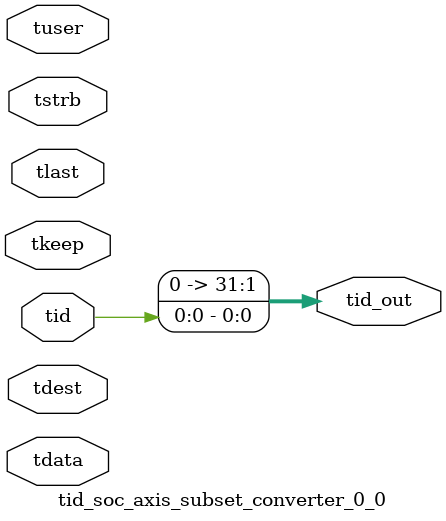
<source format=v>


`timescale 1ps/1ps

module tid_soc_axis_subset_converter_0_0 #
(
parameter C_S_AXIS_TID_WIDTH   = 1,
parameter C_S_AXIS_TUSER_WIDTH = 0,
parameter C_S_AXIS_TDATA_WIDTH = 0,
parameter C_S_AXIS_TDEST_WIDTH = 0,
parameter C_M_AXIS_TID_WIDTH   = 32
)
(
input  [(C_S_AXIS_TID_WIDTH   == 0 ? 1 : C_S_AXIS_TID_WIDTH)-1:0       ] tid,
input  [(C_S_AXIS_TDATA_WIDTH == 0 ? 1 : C_S_AXIS_TDATA_WIDTH)-1:0     ] tdata,
input  [(C_S_AXIS_TUSER_WIDTH == 0 ? 1 : C_S_AXIS_TUSER_WIDTH)-1:0     ] tuser,
input  [(C_S_AXIS_TDEST_WIDTH == 0 ? 1 : C_S_AXIS_TDEST_WIDTH)-1:0     ] tdest,
input  [(C_S_AXIS_TDATA_WIDTH/8)-1:0 ] tkeep,
input  [(C_S_AXIS_TDATA_WIDTH/8)-1:0 ] tstrb,
input                                                                    tlast,
output [(C_M_AXIS_TID_WIDTH   == 0 ? 1 : C_M_AXIS_TID_WIDTH)-1:0       ] tid_out
);

assign tid_out = {tid[0:0]};

endmodule


</source>
